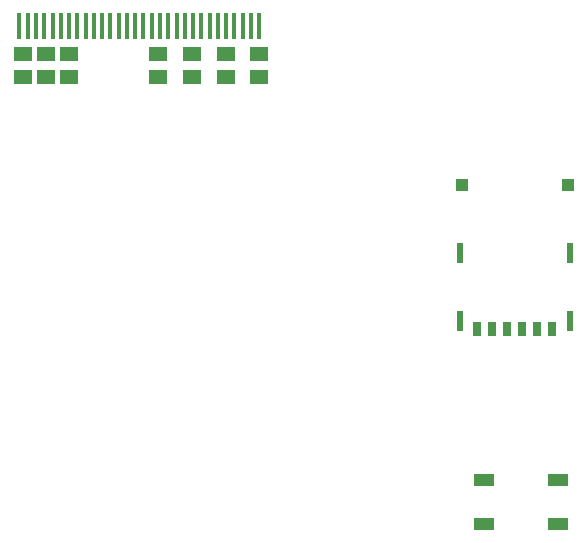
<source format=gbr>
G04 EAGLE Gerber RS-274X export*
G75*
%MOMM*%
%FSLAX34Y34*%
%LPD*%
%INSolderpaste Bottom*%
%IPPOS*%
%AMOC8*
5,1,8,0,0,1.08239X$1,22.5*%
G01*
%ADD10R,0.650000X1.300000*%
%ADD11R,0.480000X1.800000*%
%ADD12R,1.030000X1.000000*%
%ADD13R,1.800000X1.100000*%
%ADD14R,0.350000X2.200000*%
%ADD15R,1.500000X1.240000*%


D10*
X908050Y479200D03*
X920750Y479200D03*
X933450Y479200D03*
X946150Y479200D03*
X958850Y479200D03*
X971550Y479200D03*
D11*
X893100Y485900D03*
X986500Y485900D03*
X893100Y543400D03*
X986500Y543400D03*
D12*
X895150Y600600D03*
X984450Y600600D03*
D13*
X976100Y314200D03*
X914100Y314200D03*
X976100Y351200D03*
X914100Y351200D03*
D14*
X723400Y735390D03*
X716400Y735390D03*
X709400Y735390D03*
X702400Y735390D03*
X695400Y735390D03*
X688400Y735390D03*
X681400Y735390D03*
X674400Y735390D03*
X667400Y735390D03*
X660400Y735390D03*
X653400Y735390D03*
X646400Y735390D03*
X639400Y735390D03*
X632400Y735390D03*
X625400Y735390D03*
X618400Y735390D03*
X611400Y735390D03*
X604400Y735390D03*
X597400Y735390D03*
X590400Y735390D03*
X583400Y735390D03*
X576400Y735390D03*
X569400Y735390D03*
X562400Y735390D03*
X555400Y735390D03*
X548400Y735390D03*
X541400Y735390D03*
X534400Y735390D03*
X527400Y735390D03*
X520400Y735390D03*
D15*
X562100Y692390D03*
X562100Y711390D03*
X723000Y692390D03*
X723000Y711390D03*
X695100Y711390D03*
X695100Y692390D03*
X523300Y692390D03*
X523300Y711390D03*
X666700Y692390D03*
X666700Y711390D03*
X542700Y692390D03*
X542700Y711390D03*
X637600Y692390D03*
X637600Y711390D03*
M02*

</source>
